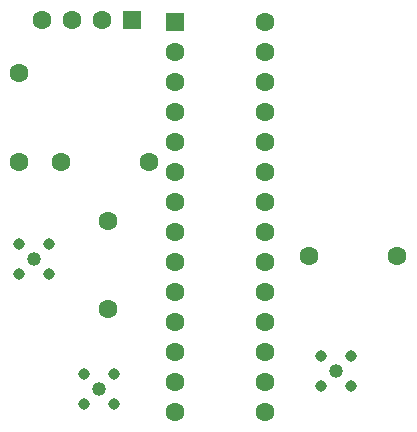
<source format=gbr>
%TF.GenerationSoftware,KiCad,Pcbnew,9.0.7*%
%TF.CreationDate,2026-02-11T23:59:08+05:30*%
%TF.ProjectId,simple MCU board,73696d70-6c65-4204-9d43-5520626f6172,rev?*%
%TF.SameCoordinates,Original*%
%TF.FileFunction,Soldermask,Bot*%
%TF.FilePolarity,Negative*%
%FSLAX46Y46*%
G04 Gerber Fmt 4.6, Leading zero omitted, Abs format (unit mm)*
G04 Created by KiCad (PCBNEW 9.0.7) date 2026-02-11 23:59:08*
%MOMM*%
%LPD*%
G01*
G04 APERTURE LIST*
G04 Aperture macros list*
%AMRoundRect*
0 Rectangle with rounded corners*
0 $1 Rounding radius*
0 $2 $3 $4 $5 $6 $7 $8 $9 X,Y pos of 4 corners*
0 Add a 4 corners polygon primitive as box body*
4,1,4,$2,$3,$4,$5,$6,$7,$8,$9,$2,$3,0*
0 Add four circle primitives for the rounded corners*
1,1,$1+$1,$2,$3*
1,1,$1+$1,$4,$5*
1,1,$1+$1,$6,$7*
1,1,$1+$1,$8,$9*
0 Add four rect primitives between the rounded corners*
20,1,$1+$1,$2,$3,$4,$5,0*
20,1,$1+$1,$4,$5,$6,$7,0*
20,1,$1+$1,$6,$7,$8,$9,0*
20,1,$1+$1,$8,$9,$2,$3,0*%
G04 Aperture macros list end*
%ADD10C,0.970000*%
%ADD11C,1.190000*%
%ADD12RoundRect,0.250000X-0.550000X-0.550000X0.550000X-0.550000X0.550000X0.550000X-0.550000X0.550000X0*%
%ADD13C,1.600000*%
%ADD14R,1.600000X1.600000*%
G04 APERTURE END LIST*
D10*
%TO.C,SW1*%
X124000000Y-100460000D03*
X124000000Y-103000000D03*
D11*
X125270000Y-101730000D03*
D10*
X126540000Y-100460000D03*
X126540000Y-103000000D03*
%TD*%
D12*
%TO.C,U1*%
X111710000Y-72190000D03*
D13*
X111710000Y-74730000D03*
X111710000Y-77270000D03*
X111710000Y-79810000D03*
X111710000Y-82350000D03*
X111710000Y-84890000D03*
X111710000Y-87430000D03*
X111710000Y-89970000D03*
X111710000Y-92510000D03*
X111710000Y-95050000D03*
X111710000Y-97590000D03*
X111710000Y-100130000D03*
X111710000Y-102670000D03*
X111710000Y-105210000D03*
X119330000Y-105210000D03*
X119330000Y-102670000D03*
X119330000Y-100130000D03*
X119330000Y-97590000D03*
X119330000Y-95050000D03*
X119330000Y-92510000D03*
X119330000Y-89970000D03*
X119330000Y-87430000D03*
X119330000Y-84890000D03*
X119330000Y-82350000D03*
X119330000Y-79810000D03*
X119330000Y-77270000D03*
X119330000Y-74730000D03*
X119330000Y-72190000D03*
%TD*%
D14*
%TO.C,10K1*%
X108000000Y-72000000D03*
D13*
X105460000Y-72000000D03*
X102920000Y-72000000D03*
X100380000Y-72000000D03*
%TD*%
D10*
%TO.C,J1*%
X103960000Y-101960000D03*
X103960000Y-104500000D03*
D11*
X105230000Y-103230000D03*
D10*
X106500000Y-101960000D03*
X106500000Y-104500000D03*
%TD*%
D13*
%TO.C,22pF1*%
X109500000Y-84000000D03*
X102000000Y-84000000D03*
%TD*%
%TO.C,0.1uF1*%
X98500000Y-76500000D03*
X98500000Y-84000000D03*
%TD*%
%TO.C,0.1uF2*%
X123000000Y-92000000D03*
X130500000Y-92000000D03*
%TD*%
%TO.C,22pF2*%
X106000000Y-96500000D03*
X106000000Y-89000000D03*
%TD*%
D10*
%TO.C,XTAL1*%
X101000000Y-93500000D03*
X101000000Y-90960000D03*
D11*
X99730000Y-92230000D03*
D10*
X98460000Y-93500000D03*
X98460000Y-90960000D03*
%TD*%
M02*

</source>
